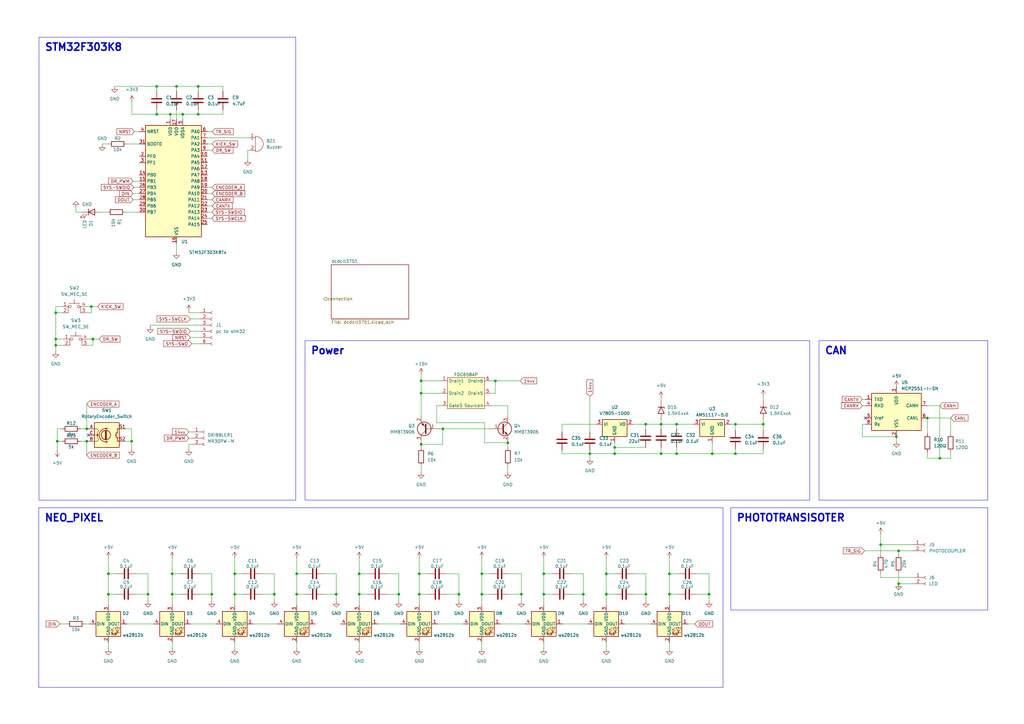
<source format=kicad_sch>
(kicad_sch (version 20230121) (generator eeschema)
  (paper "A3")
  (title_block (title "Ri-one_SSL_DCDC_Converter2.0") (date "2023-09-29") (company "Ri-one_SSL") (comment 1 "made by Kotaro OCHIISHI"))
  (junction (at 313.055 173.99))
  (junction (at 53.975 180.975))
  (junction (at 368.554 239.395))
  (junction (at 223.012 235.331))
  (junction (at 188.214 243.713))
  (junction (at 361.188 223.393))
  (junction (at 44.45 235.331))
  (junction (at 22.86 128.27))
  (junction (at 163.576 243.713))
  (junction (at 208.28 181.61))
  (junction (at 301.625 186.055))
  (junction (at 147.32 243.713))
  (junction (at 172.72 182.245))
  (junction (at 38.1 139.065))
  (junction (at 64.262 46.863))
  (junction (at 81.28 46.863))
  (junction (at 292.1 186.055))
  (junction (at 64.262 35.433))
  (junction (at 368.554 225.933))
  (junction (at 181.61 175.895))
  (junction (at 112.522 243.713))
  (junction (at 248.666 235.331))
  (junction (at 271.145 173.99))
  (junction (at 44.45 243.713))
  (junction (at 81.28 35.433))
  (junction (at 69.85 46.863))
  (junction (at 274.574 243.713))
  (junction (at 172.72 156.21))
  (junction (at 367.665 179.07))
  (junction (at 197.612 243.713))
  (junction (at 277.495 186.055))
  (junction (at 213.868 243.713))
  (junction (at 203.2 156.21))
  (junction (at 35.56 180.975))
  (junction (at 171.958 235.331))
  (junction (at 197.612 235.331))
  (junction (at 22.86 139.065))
  (junction (at 239.268 243.713))
  (junction (at 380.365 171.45))
  (junction (at 385.445 187.96))
  (junction (at 121.666 235.331))
  (junction (at 70.612 243.713))
  (junction (at 35.56 175.895))
  (junction (at 252.095 186.055))
  (junction (at 137.922 243.713))
  (junction (at 74.93 46.863))
  (junction (at 274.574 235.331))
  (junction (at 301.625 173.99))
  (junction (at 96.266 235.331))
  (junction (at 147.32 235.331))
  (junction (at 172.72 161.29))
  (junction (at 277.495 173.99))
  (junction (at 252.095 183.515))
  (junction (at 248.666 243.713))
  (junction (at 22.86 141.605))
  (junction (at 37.465 125.73))
  (junction (at 86.868 243.713))
  (junction (at 121.666 243.713))
  (junction (at 271.145 186.055))
  (junction (at 60.706 243.713))
  (junction (at 70.612 235.331))
  (junction (at 23.495 180.975))
  (junction (at 264.795 173.99))
  (junction (at 241.935 186.055))
  (junction (at 171.958 243.713))
  (junction (at 290.83 243.713))
  (junction (at 96.266 243.713))
  (junction (at 264.922 243.713))
  (junction (at 72.39 35.433))
  (junction (at 223.012 243.713))
  (no_connect (at 36.195 178.435))
  (no_connect (at 354.965 171.45))
  (wire (pts (xy 31.115 85.09) (xy 31.115 86.995)))
  (wire (pts (xy 252.095 183.515) (xy 264.795 183.515)))
  (wire (pts (xy 121.666 235.331) (xy 121.666 243.713)))
  (wire (pts (xy 78.105 138.43) (xy 81.915 138.43)))
  (wire (pts (xy 85.09 86.995) (xy 86.868 86.995)))
  (wire (pts (xy 24.511 255.905) (xy 27.305 255.905)))
  (wire (pts (xy 197.612 235.331) (xy 197.612 243.713)))
  (wire (pts (xy 91.44 35.433) (xy 81.28 35.433)))
  (wire (pts (xy 234.188 243.713) (xy 239.268 243.713)))
  (wire (pts (xy 44.45 59.055) (xy 41.91 59.055)))
  (wire (pts (xy 171.958 235.331) (xy 175.514 235.331)))
  (wire (pts (xy 35.56 125.73) (xy 37.465 125.73)))
  (wire (pts (xy 179.578 255.905) (xy 189.992 255.905)))
  (wire (pts (xy 102.235 61.595) (xy 101.6 61.595)))
  (wire (pts (xy 171.958 263.525) (xy 171.958 266.065)))
  (wire (pts (xy 81.28 46.863) (xy 81.28 45.085)))
  (wire (pts (xy 74.93 48.895) (xy 74.93 46.863)))
  (wire (pts (xy 277.495 173.99) (xy 284.48 173.99)))
  (wire (pts (xy 64.262 35.433) (xy 72.39 35.433)))
  (wire (pts (xy 264.922 235.331) (xy 264.922 243.713)))
  (wire (pts (xy 107.442 235.331) (xy 112.522 235.331)))
  (wire (pts (xy 64.262 46.863) (xy 69.85 46.863)))
  (wire (pts (xy 285.75 243.713) (xy 290.83 243.713)))
  (wire (pts (xy 271.145 186.055) (xy 271.145 183.515)))
  (wire (pts (xy 230.505 186.055) (xy 241.935 186.055)))
  (wire (pts (xy 380.365 187.96) (xy 380.365 185.42)))
  (wire (pts (xy 23.495 175.895) (xy 23.495 180.975)))
  (wire (pts (xy 271.145 173.99) (xy 271.145 175.895)))
  (wire (pts (xy 43.942 86.995) (xy 41.402 86.995)))
  (wire (pts (xy 248.666 243.713) (xy 248.666 248.285)))
  (wire (pts (xy 183.134 235.331) (xy 188.214 235.331)))
  (wire (pts (xy 313.055 186.055) (xy 313.055 184.15)))
  (wire (pts (xy 86.868 235.331) (xy 86.868 243.713)))
  (wire (pts (xy 77.47 179.705) (xy 78.74 179.705)))
  (wire (pts (xy 85.09 61.595) (xy 86.995 61.595)))
  (wire (pts (xy 53.975 180.975) (xy 53.975 184.15)))
  (wire (pts (xy 147.32 228.981) (xy 147.32 235.331)))
  (wire (pts (xy 252.095 181.61) (xy 252.095 183.515)))
  (wire (pts (xy 107.442 243.713) (xy 112.522 243.713)))
  (wire (pts (xy 77.47 177.165) (xy 78.74 177.165)))
  (wire (pts (xy 172.72 153.67) (xy 172.72 156.21)))
  (wire (pts (xy 313.055 173.99) (xy 313.055 176.53)))
  (wire (pts (xy 252.095 183.515) (xy 252.095 186.055)))
  (wire (pts (xy 22.86 128.27) (xy 22.86 125.73)))
  (wire (pts (xy 201.295 166.37) (xy 208.28 166.37)))
  (wire (pts (xy 239.268 243.713) (xy 239.268 246.507)))
  (wire (pts (xy 271.145 163.195) (xy 271.145 164.465)))
  (wire (pts (xy 171.958 243.713) (xy 175.514 243.713)))
  (wire (pts (xy 85.09 53.975) (xy 86.995 53.975)))
  (wire (pts (xy 22.86 141.605) (xy 26.035 141.605)))
  (wire (pts (xy 54.102 46.863) (xy 54.102 41.783)))
  (wire (pts (xy 61.595 133.35) (xy 61.595 133.985)))
  (wire (pts (xy 259.715 173.99) (xy 264.795 173.99)))
  (wire (pts (xy 301.625 186.055) (xy 301.625 184.15)))
  (wire (pts (xy 85.09 84.455) (xy 86.995 84.455)))
  (wire (pts (xy 44.45 263.525) (xy 44.45 266.065)))
  (wire (pts (xy 96.266 263.525) (xy 96.266 266.065)))
  (wire (pts (xy 277.495 173.99) (xy 277.495 175.895)))
  (wire (pts (xy 35.56 165.735) (xy 35.56 175.895)))
  (wire (pts (xy 81.788 235.331) (xy 86.868 235.331)))
  (wire (pts (xy 203.2 161.29) (xy 203.2 156.21)))
  (wire (pts (xy 121.666 235.331) (xy 125.222 235.331)))
  (wire (pts (xy 96.266 243.713) (xy 96.266 248.285)))
  (wire (pts (xy 101.6 61.595) (xy 101.6 65.405)))
  (wire (pts (xy 22.86 128.27) (xy 25.4 128.27)))
  (wire (pts (xy 198.755 181.61) (xy 208.28 181.61)))
  (wire (pts (xy 70.612 243.713) (xy 70.612 248.285)))
  (wire (pts (xy 22.86 139.065) (xy 26.035 139.065)))
  (wire (pts (xy 197.612 263.525) (xy 197.612 266.065)))
  (wire (pts (xy 248.666 235.331) (xy 252.222 235.331)))
  (wire (pts (xy 112.522 235.331) (xy 112.522 243.713)))
  (wire (pts (xy 33.02 180.975) (xy 35.56 180.975)))
  (wire (pts (xy 374.65 236.855) (xy 361.188 236.855)))
  (wire (pts (xy 264.795 173.99) (xy 271.145 173.99)))
  (wire (pts (xy 274.574 243.713) (xy 278.13 243.713)))
  (wire (pts (xy 223.012 235.331) (xy 226.568 235.331)))
  (wire (pts (xy 81.915 128.27) (xy 77.47 128.27)))
  (wire (pts (xy 70.612 228.981) (xy 70.612 235.331)))
  (wire (pts (xy 44.45 235.331) (xy 48.006 235.331)))
  (wire (pts (xy 54.61 81.915) (xy 57.15 81.915)))
  (wire (pts (xy 70.612 235.331) (xy 74.168 235.331)))
  (wire (pts (xy 248.666 235.331) (xy 248.666 243.713)))
  (wire (pts (xy 81.28 46.863) (xy 91.44 46.863)))
  (wire (pts (xy 180.975 156.21) (xy 172.72 156.21)))
  (wire (pts (xy 54.61 79.375) (xy 57.15 79.375)))
  (wire (pts (xy 271.145 172.085) (xy 271.145 173.99)))
  (wire (pts (xy 171.958 228.981) (xy 171.958 235.331)))
  (wire (pts (xy 23.495 180.975) (xy 23.495 184.785)))
  (wire (pts (xy 53.975 180.975) (xy 51.435 180.975)))
  (wire (pts (xy 223.012 228.981) (xy 223.012 235.331)))
  (wire (pts (xy 188.214 235.331) (xy 188.214 243.713)))
  (wire (pts (xy 301.625 186.055) (xy 313.055 186.055)))
  (wire (pts (xy 180.975 166.37) (xy 179.07 166.37)))
  (wire (pts (xy 256.286 255.905) (xy 266.954 255.905)))
  (wire (pts (xy 51.435 175.895) (xy 53.975 175.895)))
  (wire (pts (xy 380.365 187.96) (xy 385.445 187.96)))
  (wire (pts (xy 179.07 173.355) (xy 198.755 173.355)))
  (wire (pts (xy 180.34 175.895) (xy 181.61 175.895)))
  (wire (pts (xy 172.72 180.975) (xy 172.72 182.245)))
  (wire (pts (xy 208.28 180.975) (xy 208.28 181.61)))
  (wire (pts (xy 389.89 171.45) (xy 389.89 177.8)))
  (wire (pts (xy 181.61 182.245) (xy 181.61 175.895)))
  (wire (pts (xy 353.695 163.83) (xy 354.965 163.83)))
  (wire (pts (xy 313.055 162.56) (xy 313.055 164.465)))
  (wire (pts (xy 147.32 235.331) (xy 150.876 235.331)))
  (wire (pts (xy 23.495 180.975) (xy 25.4 180.975)))
  (wire (pts (xy 44.45 235.331) (xy 44.45 243.713)))
  (wire (pts (xy 96.266 235.331) (xy 99.822 235.331)))
  (wire (pts (xy 163.576 243.713) (xy 163.576 246.507)))
  (wire (pts (xy 91.44 37.465) (xy 91.44 35.433)))
  (wire (pts (xy 179.07 166.37) (xy 179.07 173.355)))
  (wire (pts (xy 239.268 235.331) (xy 239.268 243.713)))
  (wire (pts (xy 380.365 171.45) (xy 389.89 171.45)))
  (wire (pts (xy 121.666 243.713) (xy 125.222 243.713)))
  (wire (pts (xy 36.195 139.065) (xy 38.1 139.065)))
  (wire (pts (xy 290.83 235.331) (xy 290.83 243.713)))
  (wire (pts (xy 35.56 180.975) (xy 35.56 186.69)))
  (wire (pts (xy 197.612 235.331) (xy 201.168 235.331)))
  (wire (pts (xy 353.695 173.99) (xy 353.695 179.07)))
  (wire (pts (xy 41.91 59.055) (xy 41.91 59.309)))
  (wire (pts (xy 44.45 243.713) (xy 48.006 243.713)))
  (wire (pts (xy 70.612 235.331) (xy 70.612 243.713)))
  (wire (pts (xy 112.522 243.713) (xy 112.522 246.507)))
  (wire (pts (xy 78.232 255.905) (xy 88.646 255.905)))
  (wire (pts (xy 223.012 235.331) (xy 223.012 243.713)))
  (wire (pts (xy 77.47 128.27) (xy 77.47 127.635)))
  (wire (pts (xy 172.72 161.29) (xy 172.72 170.815)))
  (wire (pts (xy 163.576 235.331) (xy 163.576 243.713)))
  (wire (pts (xy 203.2 156.21) (xy 201.295 156.21)))
  (wire (pts (xy 301.625 173.99) (xy 301.625 176.53)))
  (wire (pts (xy 85.09 79.375) (xy 86.995 79.375)))
  (wire (pts (xy 54.61 74.295) (xy 57.15 74.295)))
  (wire (pts (xy 137.922 235.331) (xy 137.922 243.713)))
  (wire (pts (xy 368.554 225.933) (xy 374.396 225.933)))
  (wire (pts (xy 181.61 175.895) (xy 200.66 175.895)))
  (wire (pts (xy 223.012 243.713) (xy 226.568 243.713)))
  (wire (pts (xy 37.465 128.27) (xy 35.56 128.27)))
  (wire (pts (xy 22.86 144.145) (xy 22.86 141.605)))
  (wire (pts (xy 277.495 186.055) (xy 292.1 186.055)))
  (wire (pts (xy 368.554 227.457) (xy 368.554 225.933)))
  (wire (pts (xy 385.445 166.37) (xy 385.445 187.96)))
  (wire (pts (xy 121.666 263.525) (xy 121.666 266.065)))
  (wire (pts (xy 158.496 243.713) (xy 163.576 243.713)))
  (wire (pts (xy 259.842 235.331) (xy 264.922 235.331)))
  (wire (pts (xy 147.32 263.525) (xy 147.32 266.065)))
  (wire (pts (xy 60.706 243.713) (xy 60.706 246.507)))
  (wire (pts (xy 197.612 228.981) (xy 197.612 235.331)))
  (wire (pts (xy 132.842 243.713) (xy 137.922 243.713)))
  (wire (pts (xy 368.554 239.395) (xy 374.65 239.395)))
  (wire (pts (xy 81.915 140.97) (xy 78.74 140.97)))
  (wire (pts (xy 33.02 175.895) (xy 35.56 175.895)))
  (wire (pts (xy 361.188 236.855) (xy 361.188 235.077)))
  (wire (pts (xy 85.09 59.055) (xy 86.995 59.055)))
  (wire (pts (xy 208.788 243.713) (xy 213.868 243.713)))
  (wire (pts (xy 201.295 161.29) (xy 203.2 161.29)))
  (wire (pts (xy 77.47 184.15) (xy 77.47 182.245)))
  (wire (pts (xy 86.868 243.713) (xy 86.868 246.507)))
  (wire (pts (xy 274.574 235.331) (xy 278.13 235.331)))
  (wire (pts (xy 208.28 181.61) (xy 208.28 183.515)))
  (wire (pts (xy 230.632 255.905) (xy 241.046 255.905)))
  (wire (pts (xy 81.28 35.433) (xy 81.28 37.465)))
  (wire (pts (xy 70.612 243.713) (xy 74.168 243.713)))
  (wire (pts (xy 203.2 156.21) (xy 213.36 156.21)))
  (wire (pts (xy 285.75 235.331) (xy 290.83 235.331)))
  (wire (pts (xy 213.868 235.331) (xy 213.868 243.713)))
  (wire (pts (xy 197.612 243.713) (xy 201.168 243.713)))
  (wire (pts (xy 37.465 125.73) (xy 40.005 125.73)))
  (wire (pts (xy 147.32 243.713) (xy 147.32 248.285)))
  (wire (pts (xy 248.666 263.525) (xy 248.666 266.065)))
  (wire (pts (xy 53.975 175.895) (xy 53.975 180.975)))
  (wire (pts (xy 121.666 243.713) (xy 121.666 248.285)))
  (wire (pts (xy 292.1 186.055) (xy 301.625 186.055)))
  (wire (pts (xy 96.266 235.331) (xy 96.266 243.713)))
  (wire (pts (xy 72.39 45.085) (xy 72.39 48.895)))
  (wire (pts (xy 299.72 173.99) (xy 301.625 173.99)))
  (wire (pts (xy 290.83 243.713) (xy 290.83 246.507)))
  (wire (pts (xy 230.505 184.785) (xy 230.505 186.055)))
  (wire (pts (xy 292.1 186.055) (xy 292.1 181.61)))
  (wire (pts (xy 55.626 243.713) (xy 60.706 243.713)))
  (wire (pts (xy 172.72 156.21) (xy 172.72 161.29)))
  (wire (pts (xy 380.365 171.45) (xy 380.365 177.8)))
  (wire (pts (xy 241.935 186.055) (xy 241.935 187.96)))
  (wire (pts (xy 368.554 235.077) (xy 368.554 239.395)))
  (wire (pts (xy 35.56 175.895) (xy 36.195 175.895)))
  (wire (pts (xy 74.93 46.863) (xy 81.28 46.863)))
  (wire (pts (xy 37.465 125.73) (xy 37.465 128.27)))
  (wire (pts (xy 172.72 182.245) (xy 181.61 182.245)))
  (wire (pts (xy 85.09 76.835) (xy 86.995 76.835)))
  (wire (pts (xy 85.09 89.535) (xy 86.868 89.535)))
  (wire (pts (xy 274.574 228.981) (xy 274.574 235.331)))
  (wire (pts (xy 361.188 219.075) (xy 361.188 223.393)))
  (wire (pts (xy 22.86 125.73) (xy 25.4 125.73)))
  (wire (pts (xy 241.935 186.055) (xy 252.095 186.055)))
  (wire (pts (xy 64.262 37.465) (xy 64.262 35.433)))
  (wire (pts (xy 271.145 186.055) (xy 277.495 186.055)))
  (wire (pts (xy 52.07 59.055) (xy 57.15 59.055)))
  (wire (pts (xy 38.1 139.065) (xy 40.64 139.065)))
  (wire (pts (xy 69.85 46.863) (xy 74.93 46.863)))
  (wire (pts (xy 51.562 86.995) (xy 57.15 86.995)))
  (wire (pts (xy 274.574 243.713) (xy 274.574 248.285)))
  (wire (pts (xy 172.72 191.135) (xy 172.72 193.675)))
  (wire (pts (xy 154.94 255.905) (xy 164.338 255.905)))
  (wire (pts (xy 44.45 228.981) (xy 44.45 235.331)))
  (wire (pts (xy 313.055 172.085) (xy 313.055 173.99)))
  (wire (pts (xy 69.85 46.863) (xy 69.85 48.895)))
  (wire (pts (xy 96.266 228.981) (xy 96.266 235.331)))
  (wire (pts (xy 38.1 141.605) (xy 36.195 141.605)))
  (wire (pts (xy 248.666 228.981) (xy 248.666 235.331)))
  (wire (pts (xy 46.99 35.433) (xy 64.262 35.433)))
  (wire (pts (xy 271.145 173.99) (xy 277.495 173.99)))
  (wire (pts (xy 274.574 235.331) (xy 274.574 243.713)))
  (wire (pts (xy 197.612 243.713) (xy 197.612 248.285)))
  (wire (pts (xy 172.72 161.29) (xy 180.975 161.29)))
  (wire (pts (xy 208.28 191.135) (xy 208.28 193.675)))
  (wire (pts (xy 54.864 76.835) (xy 57.15 76.835)))
  (wire (pts (xy 25.4 175.895) (xy 23.495 175.895)))
  (wire (pts (xy 213.868 243.713) (xy 213.868 246.507)))
  (wire (pts (xy 205.232 255.905) (xy 215.392 255.905)))
  (wire (pts (xy 70.612 263.525) (xy 70.612 266.065)))
  (wire (pts (xy 223.012 243.713) (xy 223.012 248.285)))
  (wire (pts (xy 277.495 186.055) (xy 277.495 183.515)))
  (wire (pts (xy 198.755 173.355) (xy 198.755 181.61)))
  (wire (pts (xy 208.28 166.37) (xy 208.28 170.815)))
  (wire (pts (xy 380.365 166.37) (xy 385.445 166.37)))
  (wire (pts (xy 361.188 223.393) (xy 374.396 223.393)))
  (wire (pts (xy 282.194 255.905) (xy 284.988 255.905)))
  (wire (pts (xy 96.266 243.713) (xy 99.822 243.713)))
  (wire (pts (xy 22.86 139.065) (xy 22.86 128.27)))
  (wire (pts (xy 158.496 235.331) (xy 163.576 235.331)))
  (wire (pts (xy 389.89 187.96) (xy 389.89 185.42)))
  (wire (pts (xy 34.925 255.905) (xy 36.83 255.905)))
  (wire (pts (xy 77.47 182.245) (xy 78.74 182.245)))
  (wire (pts (xy 78.105 130.81) (xy 81.915 130.81)))
  (wire (pts (xy 44.45 243.713) (xy 44.45 248.285)))
  (wire (pts (xy 353.695 166.37) (xy 354.965 166.37)))
  (wire (pts (xy 367.665 179.07) (xy 367.665 180.975)))
  (wire (pts (xy 64.262 46.863) (xy 54.102 46.863)))
  (wire (pts (xy 385.445 187.96) (xy 389.89 187.96)))
  (wire (pts (xy 55.626 235.331) (xy 60.706 235.331)))
  (wire (pts (xy 230.505 173.99) (xy 244.475 173.99)))
  (wire (pts (xy 132.842 235.331) (xy 137.922 235.331)))
  (wire (pts (xy 81.915 133.35) (xy 61.595 133.35)))
  (wire (pts (xy 172.72 182.245) (xy 172.72 183.515)))
  (wire (pts (xy 31.115 86.995) (xy 33.782 86.995)))
  (wire (pts (xy 188.214 243.713) (xy 188.214 246.507)))
  (wire (pts (xy 22.86 141.605) (xy 22.86 139.065)))
  (wire (pts (xy 361.188 223.393) (xy 361.188 227.457)))
  (wire (pts (xy 60.706 235.331) (xy 60.706 243.713)))
  (wire (pts (xy 147.32 243.713) (xy 150.876 243.713)))
  (wire (pts (xy 274.574 263.525) (xy 274.574 266.065)))
  (wire (pts (xy 81.915 135.89) (xy 78.105 135.89)))
  (wire (pts (xy 234.188 235.331) (xy 239.268 235.331)))
  (wire (pts (xy 223.012 263.525) (xy 223.012 266.065)))
  (wire (pts (xy 353.695 173.99) (xy 354.965 173.99)))
  (wire (pts (xy 252.095 186.055) (xy 271.145 186.055)))
  (wire (pts (xy 55.118 53.975) (xy 57.15 53.975)))
  (wire (pts (xy 85.09 81.915) (xy 86.995 81.915)))
  (wire (pts (xy 35.56 180.975) (xy 36.195 180.975)))
  (wire (pts (xy 353.695 179.07) (xy 367.665 179.07)))
  (wire (pts (xy 171.958 243.713) (xy 171.958 248.285)))
  (wire (pts (xy 72.39 99.695) (xy 72.39 103.505)))
  (wire (pts (xy 85.09 56.515) (xy 102.235 56.515)))
  (wire (pts (xy 241.935 162.56) (xy 241.935 177.165)))
  (wire (pts (xy 147.32 235.331) (xy 147.32 243.713)))
  (wire (pts (xy 301.625 173.99) (xy 313.055 173.99)))
  (wire (pts (xy 264.795 173.99) (xy 264.795 175.895)))
  (wire (pts (xy 259.842 243.713) (xy 264.922 243.713)))
  (wire (pts (xy 264.922 243.713) (xy 264.922 246.507)))
  (wire (pts (xy 171.958 235.331) (xy 171.958 243.713)))
  (wire (pts (xy 208.788 235.331) (xy 213.868 235.331)))
  (wire (pts (xy 91.44 46.863) (xy 91.44 45.085)))
  (wire (pts (xy 248.666 243.713) (xy 252.222 243.713)))
  (wire (pts (xy 64.262 45.085) (xy 64.262 46.863)))
  (wire (pts (xy 121.666 228.981) (xy 121.666 235.331)))
  (wire (pts (xy 354.584 225.933) (xy 368.554 225.933)))
  (wire (pts (xy 230.505 177.165) (xy 230.505 173.99)))
  (wire (pts (xy 183.134 243.713) (xy 188.214 243.713)))
  (wire (pts (xy 241.935 184.785) (xy 241.935 186.055)))
  (wire (pts (xy 137.922 243.713) (xy 137.922 246.507)))
  (wire (pts (xy 52.07 255.905) (xy 62.992 255.905)))
  (wire (pts (xy 81.788 243.713) (xy 86.868 243.713)))
  (wire (pts (xy 72.39 35.433) (xy 72.39 37.465)))
  (wire (pts (xy 38.1 139.065) (xy 38.1 141.605)))
  (wire (pts (xy 368.554 239.395) (xy 368.554 241.935)))
  (wire (pts (xy 103.886 255.905) (xy 114.046 255.905)))
  (wire (pts (xy 72.39 35.433) (xy 81.28 35.433)))
  (text_box "STM32F303K8" (at 16.002 15.24 0) (size 105.283 189.865) (effects (font (size 3 3) (thickness 0.6) bold) (justify left top)))
  (text_box "PHOTOTRANSISOTER" (at 299.72 208.28 0) (size 105.41 41.91) (effects (font (size 3 3) (thickness 0.6) bold) (justify left top)))
  (text_box "NEO_PIXEL" (at 15.875 208.28 0) (size 280.67 73.66) (effects (font (size 3 3) (thickness 0.6) bold) (justify left top)))
  (text_box "Power" (at 125.095 139.7 0) (size 207.01 65.405) (effects (font (size 3 3) (thickness 0.6) bold) (justify left top)))
  (text_box "CAN" (at 335.915 139.7 0) (size 69.215 65.405) (effects (font (size 3 3) (thickness 0.6) bold) (justify left top)))
  (global_label "NRST" (shape input) (at 55.118 53.975 180) (property "Intersheetrefs" "${INTERSHEET_REFS}" (effects hide)))
  (global_label "CANTX" (shape input) (at 86.995 84.455 0) (property "Intersheetrefs" "${INTERSHEET_REFS}" (effects hide)))
  (global_label "SYS-SWDIO" (shape input) (at 78.105 135.89 180) (property "Intersheetrefs" "${INTERSHEET_REFS}" (effects hide)))
  (global_label "ENCODER_B" (shape input) (at 86.995 79.375 0) (property "Intersheetrefs" "${INTERSHEET_REFS}" (effects hide)))
  (global_label "TR_SIG" (shape input) (at 86.995 53.975 0) (property "Intersheetrefs" "${INTERSHEET_REFS}" (effects hide)))
  (global_label "DR_SW" (shape input) (at 86.995 61.595 0) (property "Intersheetrefs" "${INTERSHEET_REFS}" (effects hide)))
  (global_label "ENCODER_B" (shape input) (at 35.56 186.69 0) (property "Intersheetrefs" "${INTERSHEET_REFS}" (effects hide)))
  (global_label "DR_SW" (shape input) (at 40.64 139.065 0) (property "Intersheetrefs" "${INTERSHEET_REFS}" (effects hide)))
  (global_label "SYS-SWO" (shape input) (at 78.613 140.97 180) (property "Intersheetrefs" "${INTERSHEET_REFS}" (effects hide)))
  (global_label "TR_SIG" (shape input) (at 354.584 225.933 180) (property "Intersheetrefs" "${INTERSHEET_REFS}" (effects hide)))
  (global_label "ENCODER_A" (shape input) (at 86.995 76.835 0) (property "Intersheetrefs" "${INTERSHEET_REFS}" (effects hide)))
  (global_label "CANRX" (shape input) (at 353.695 166.37 180) (property "Intersheetrefs" "${INTERSHEET_REFS}" (effects hide)))
  (global_label "DOUT" (shape input) (at 54.61 81.915 180) (property "Intersheetrefs" "${INTERSHEET_REFS}" (effects hide)))
  (global_label "DR_PWM" (shape input) (at 77.47 179.705 180) (property "Intersheetrefs" "${INTERSHEET_REFS}" (effects hide)))
  (global_label "KICK_SW" (shape input) (at 86.995 59.055 0) (property "Intersheetrefs" "${INTERSHEET_REFS}" (effects hide)))
  (global_label "NRST" (shape input) (at 78.105 138.43 180) (property "Intersheetrefs" "${INTERSHEET_REFS}" (effects hide)))
  (global_label "KICK_SW" (shape input) (at 40.005 125.73 0) (property "Intersheetrefs" "${INTERSHEET_REFS}" (effects hide)))
  (global_label "DIN" (shape input) (at 54.61 79.375 180) (property "Intersheetrefs" "${INTERSHEET_REFS}" (effects hide)))
  (global_label "14vv" (shape input) (at 241.935 162.56 90) (property "Intersheetrefs" "${INTERSHEET_REFS}" (effects hide)))
  (global_label "DR_PWM" (shape input) (at 54.61 74.295 180) (property "Intersheetrefs" "${INTERSHEET_REFS}" (effects hide)))
  (global_label "CANL" (shape input) (at 389.89 171.45 0) (property "Intersheetrefs" "${INTERSHEET_REFS}" (effects hide)))
  (global_label "DIN" (shape input) (at 24.511 255.905 180) (property "Intersheetrefs" "${INTERSHEET_REFS}" (effects hide)))
  (global_label "DOUT" (shape input) (at 284.988 255.905 0) (property "Intersheetrefs" "${INTERSHEET_REFS}" (effects hide)))
  (global_label "CANH" (shape input) (at 385.445 166.37 0) (property "Intersheetrefs" "${INTERSHEET_REFS}" (effects hide)))
  (global_label "ENCODER_A" (shape input) (at 35.56 165.735 0) (property "Intersheetrefs" "${INTERSHEET_REFS}" (effects hide)))
  (global_label "SYS-SWDIO" (shape input) (at 54.864 76.835 180) (property "Intersheetrefs" "${INTERSHEET_REFS}" (effects hide)))
  (global_label "14vv" (shape input) (at 77.47 177.165 180) (property "Intersheetrefs" "${INTERSHEET_REFS}" (effects hide)))
  (global_label "SYS-SWDIO" (shape input) (at 86.868 86.995 0) (property "Intersheetrefs" "${INTERSHEET_REFS}" (effects hide)))
  (global_label "CANRX" (shape input) (at 86.995 81.915 0) (property "Intersheetrefs" "${INTERSHEET_REFS}" (effects hide)))
  (global_label "SYS-SWCLK" (shape input) (at 86.868 89.535 0) (property "Intersheetrefs" "${INTERSHEET_REFS}" (effects hide)))
  (global_label "SYS-SWCLK" (shape input) (at 78.105 130.81 180) (property "Intersheetrefs" "${INTERSHEET_REFS}" (effects hide)))
  (global_label "14vv" (shape input) (at 213.36 156.21 0) (property "Intersheetrefs" "${INTERSHEET_REFS}" (effects hide)))
  (global_label "CANTX" (shape input) (at 353.695 163.83 180) (property "Intersheetrefs" "${INTERSHEET_REFS}" (effects hide)))
  (hierarchical_label "connection" (shape input) (at 132.715 122.555 0))
  (symbol (lib_id "Device:C") (at 51.816 235.331 90) (unit 1)
    (property "Reference" "C4" (at 51.816 229.997 90))
    (property "Value" "0.1uF" (at 51.816 232.283 90))
    (property "Footprint" "C_0603_1608Metric" (effects hide))
  )
  (symbol (lib_id "MCU_ST_STM32F3:STM32F303K8Tx") (at 69.85 74.295 0) (unit 1)
    (property "Reference" "U1" (at 74.3459 99.06 0) (effects (justify left)))
    (property "Value" "STM32F303K8Tx" (at 77.47 103.505 0) (effects (justify left)))
    (property "Footprint" "Package_QFP:LQFP-32_7x7mm_P0.8mm" (effects hide))
    (property "Datasheet" "https://www.st.com/resource/en/datasheet/stm32f303k8.pdf" (effects hide))
  )
  (symbol (lib_id "Connector:Conn_01x02_Socket") (at 379.476 223.393 0) (unit 1)
    (property "Reference" "J5" (at 381 223.393 0) (effects (justify left)))
    (property "Value" "PHOTOCOUPLER" (at 381 225.933 0) (effects (justify left)))
  )
  (symbol (lib_id "power:GND") (at 264.922 246.507 0) (unit 1)
    (property "Reference" "#PWR028" (effects hide))
    (property "Value" "GND" (at 264.922 251.587 0))
  )
  (symbol (lib_id "Device:C") (at 264.795 179.705 0) (unit 1)
    (property "Reference" "C31" (at 258.445 178.435 0) (effects (justify left)))
    (property "Value" "22uF" (at 257.81 180.975 0) (effects (justify left)))
    (property "Footprint" "C_0603_1608Metric" (effects hide))
  )
  (symbol (lib_id "power:GND") (at 367.665 180.975 0) (unit 1)
    (property "Reference" "#PWR059" (effects hide))
    (property "Value" "GND" (at 367.665 186.055 0))
  )
  (symbol (lib_id "power:GND") (at 208.28 193.675 0) (unit 1)
    (property "Reference" "#PWR054" (effects hide))
    (property "Value" "GND" (at 208.28 198.755 0))
  )
  (symbol (lib_id "power:GND") (at 61.595 133.985 0) (unit 1)
    (property "Reference" "#PWR07" (effects hide))
    (property "Value" "GND" (at 61.595 139.065 0))
  )
  (symbol (lib_id "LED:NeoPixel_THT") (at 248.666 255.905 0) (unit 1)
    (property "Reference" "D10" (at 255.778 251.587 0))
    (property "Value" "ws2812b" (at 258.826 260.477 0))
    (property "Datasheet" "https://www.adafruit.com/product/1938" (effects hide))
  )
  (symbol (lib_id "power:GND") (at 147.32 266.065 0) (unit 1)
    (property "Reference" "#PWR034" (effects hide))
    (property "Value" "GND" (at 147.32 271.145 0))
  )
  (symbol (lib_id "power:GND") (at 137.922 246.507 0) (unit 1)
    (property "Reference" "#PWR018" (effects hide))
    (property "Value" "GND" (at 137.922 251.587 0))
  )
  (symbol (lib_id "power:GND") (at 46.99 35.433 0) (unit 1)
    (property "Reference" "#PWR02" (effects hide))
    (property "Value" "GND" (at 46.99 40.513 0))
  )
  (symbol (lib_id "power:+3V3") (at 313.055 162.56 0) (unit 1)
    (property "Reference" "#PWR041" (effects hide))
    (property "Value" "+3V3" (at 313.055 157.48 0))
  )
  (symbol (lib_id "power:+5V") (at 274.574 228.981 0) (unit 1)
    (property "Reference" "#PWR029" (effects hide))
    (property "Value" "+5V" (at 274.574 224.409 0))
  )
  (symbol (lib_id "Device:C") (at 91.44 41.275 0) (unit 1)
    (property "Reference" "C9" (at 95.25 40.005 0) (effects (justify left)))
    (property "Value" "4.7uF" (at 95.25 42.545 0) (effects (justify left)))
    (property "Footprint" "C_0603_1608Metric" (effects hide))
  )
  (symbol (lib_id "Connector:Conn_01x06_Socket") (at 86.995 133.35 0) (unit 1)
    (property "Reference" "J1" (at 88.519 133.35 0) (effects (justify left)))
    (property "Value" "pc to stm32" (at 88.519 135.89 0) (effects (justify left)))
  )
  (symbol (lib_id "Device:C") (at 301.625 180.34 0) (unit 1)
    (property "Reference" "C34" (at 305.435 179.07 0) (effects (justify left)))
    (property "Value" "0.1uF" (at 305.435 181.61 0) (effects (justify left)))
    (property "Footprint" "C_0603_1608Metric" (effects hide))
  )
  (symbol (lib_id "Device:C") (at 281.94 243.713 90) (unit 1)
    (property "Reference" "C26" (at 281.94 238.887 90))
    (property "Value" "0.1uF" (at 281.94 240.665 90))
    (property "Footprint" "C_0603_1608Metric" (effects hide))
  )
  (symbol (lib_id "LED:NeoPixel_THT") (at 96.266 255.905 0) (unit 1)
    (property "Reference" "D4" (at 103.378 251.587 0))
    (property "Value" "ws2812b" (at 106.426 260.477 0))
    (property "Datasheet" "https://www.adafruit.com/product/1938" (effects hide))
  )
  (symbol (lib_id "power:GND") (at 96.266 266.065 0) (unit 1)
    (property "Reference" "#PWR032" (effects hide))
    (property "Value" "GND" (at 96.266 271.145 0))
  )
  (symbol (lib_id "LED:NeoPixel_THT") (at 171.958 255.905 0) (unit 1)
    (property "Reference" "D7" (at 179.07 251.587 0))
    (property "Value" "ws2812b" (at 182.118 260.477 0))
    (property "Datasheet" "https://www.adafruit.com/product/1938" (effects hide))
  )
  (symbol (lib_id "Diode:1.5KExxA") (at 271.145 168.275 270) (unit 1)
    (property "Reference" "D15" (at 273.685 167.005 90) (effects (justify left)))
    (property "Value" "1.5KExxA" (at 273.685 169.545 90) (effects (justify left)))
    (property "Footprint" "Diode_THT:D_DO-201AE_P15.24mm_Horizontal" (effects hide))
    (property "Datasheet" "https://www.vishay.com/docs/88301/15ke.pdf" (effects hide))
  )
  (symbol (lib_id "power:GND") (at 121.666 266.065 0) (unit 1)
    (property "Reference" "#PWR033" (effects hide))
    (property "Value" "GND" (at 121.666 271.145 0))
  )
  (symbol (lib_id "Device:C") (at 51.816 243.713 90) (unit 1)
    (property "Reference" "C5" (at 51.816 238.887 90))
    (property "Value" "0.1uF" (at 51.816 240.665 90))
    (property "Footprint" "C_0603_1608Metric" (effects hide))
  )
  (symbol (lib_id "Device:C") (at 103.632 243.713 90) (unit 1)
    (property "Reference" "C12" (at 103.632 238.887 90))
    (property "Value" "0.1uF" (at 103.632 240.665 90))
    (property "Footprint" "C_0603_1608Metric" (effects hide))
  )
  (symbol (lib_id "Device:C") (at 77.978 243.713 90) (unit 1)
    (property "Reference" "C7" (at 77.978 238.887 90))
    (property "Value" "0.1uF" (at 77.978 240.665 90))
    (property "Footprint" "C_0603_1608Metric" (effects hide))
  )
  (symbol (lib_id "power:GND") (at 213.868 246.507 0) (unit 1)
    (property "Reference" "#PWR024" (effects hide))
    (property "Value" "GND" (at 213.868 251.587 0))
  )
  (symbol (lib_id "Device:C") (at 154.686 235.331 90) (unit 1)
    (property "Reference" "C15" (at 154.686 229.997 90))
    (property "Value" "0.1uF" (at 154.686 232.283 90))
    (property "Footprint" "C_0603_1608Metric" (effects hide))
  )
  (symbol (lib_id "power:GND") (at 60.706 246.507 0) (unit 1)
    (property "Reference" "#PWR05" (effects hide))
    (property "Value" "GND" (at 60.706 251.587 0))
  )
  (symbol (lib_id "Connector:Conn_01x02_Socket") (at 379.73 236.855 0) (unit 1)
    (property "Reference" "J6" (at 381 236.855 0) (effects (justify left)))
    (property "Value" "LED" (at 381 239.395 0) (effects (justify left)))
  )
  (symbol (lib_id "Device:R") (at 29.21 180.975 90) (unit 1)
    (property "Reference" "R13" (at 29.21 178.689 90))
    (property "Value" "5k" (at 29.21 183.261 90))
    (property "Footprint" "C_0603_1608Metric" (effects hide))
  )
  (symbol (lib_id "Device:C") (at 81.28 41.275 0) (unit 1)
    (property "Reference" "C3" (at 85.09 40.005 0) (effects (justify left)))
    (property "Value" "0.1uF" (at 85.09 42.545 0) (effects (justify left)))
    (property "Footprint" "C_0603_1608Metric" (effects hide))
  )
  (symbol (lib_id "power:GND") (at 188.214 246.507 0) (unit 1)
    (property "Reference" "#PWR022" (effects hide))
    (property "Value" "GND" (at 188.214 251.587 0))
  )
  (symbol (lib_id "Device:R") (at 208.28 187.325 0) (unit 1)
    (property "Reference" "R7" (at 210.82 186.055 0) (effects (justify left)))
    (property "Value" "10k" (at 210.82 188.595 0) (effects (justify left)))
    (property "Footprint" "C_0603_1608Metric" (effects hide))
  )
  (symbol (lib_id "Transistor_BJT:MMBT3906") (at 205.74 175.895 0) (unit 1)
    (property "Reference" "Q4" (at 210.82 174.625 0) (effects (justify left)))
    (property "Value" "MMBT3906" (at 210.82 177.165 0) (effects (justify left)))
    (property "Footprint" "Package_TO_SOT_SMD:SOT-23" (effects hide))
    (property "Datasheet" "https://www.onsemi.com/pub/Collateral/2N3906-D.PDF" (effects hide))
  )
  (symbol (lib_id "Device:C") (at 313.055 180.34 0) (unit 1)
    (property "Reference" "C36" (at 316.865 179.07 0) (effects (justify left)))
    (property "Value" "0.1uF" (at 316.865 181.61 0) (effects (justify left)))
    (property "Footprint" "C_0603_1608Metric" (effects hide))
  )
  (symbol (lib_id "power:GND") (at 171.958 266.065 0) (unit 1)
    (property "Reference" "#PWR035" (effects hide))
    (property "Value" "GND" (at 171.958 271.145 0))
  )
  (symbol (lib_id "LED:NeoPixel_THT") (at 223.012 255.905 0) (unit 1)
    (property "Reference" "D9" (at 230.124 251.587 0))
    (property "Value" "ws2812b" (at 233.172 260.477 0))
    (property "Datasheet" "https://www.adafruit.com/product/1938" (effects hide))
  )
  (symbol (lib_id "LED:NeoPixel_THT") (at 44.45 255.905 0) (unit 1)
    (property "Reference" "D2" (at 51.562 251.587 0))
    (property "Value" "ws2812b" (at 54.61 260.477 0))
    (property "Datasheet" "https://www.adafruit.com/product/1938" (effects hide))
  )
  (symbol (lib_id "power:+5V") (at 147.32 228.981 0) (unit 1)
    (property "Reference" "#PWR019" (effects hide))
    (property "Value" "+5V" (at 147.32 224.409 0))
  )
  (symbol (lib_id "Device:C") (at 281.94 235.331 90) (unit 1)
    (property "Reference" "C25" (at 281.94 229.997 90))
    (property "Value" "0.1uF" (at 281.94 232.283 90))
    (property "Footprint" "C_0603_1608Metric" (effects hide))
  )
  (symbol (lib_id "Device:C") (at 64.262 41.275 0) (unit 1)
    (property "Reference" "C1" (at 68.072 40.005 0) (effects (justify left)))
    (property "Value" "0.1uF" (at 68.072 42.545 0) (effects (justify left)))
    (property "Footprint" "C_0603_1608Metric" (effects hide))
  )
  (symbol (lib_id "Device:C") (at 277.495 179.705 0) (unit 1)
    (property "Reference" "C32" (at 281.305 178.435 0) (effects (justify left)))
    (property "Value" "0.1uF" (at 281.305 180.975 0) (effects (justify left)))
    (property "Footprint" "C_0603_1608Metric" (effects hide))
  )
  (symbol (lib_id "Device:C") (at 129.032 235.331 90) (unit 1)
    (property "Reference" "C13" (at 129.032 229.997 90))
    (property "Value" "0.1uF" (at 129.032 232.283 90))
    (property "Footprint" "C_0603_1608Metric" (effects hide))
  )
  (symbol (lib_id "power:GND") (at 70.612 266.065 0) (unit 1)
    (property "Reference" "#PWR031" (effects hide))
    (property "Value" "GND" (at 70.612 271.145 0))
  )
  (symbol (lib_id "power:GND") (at 22.86 144.145 0) (unit 1)
    (property "Reference" "#PWR064" (effects hide))
    (property "Value" "GND" (at 22.86 149.225 0))
  )
  (symbol (lib_id "power:GND") (at 72.39 103.505 0) (unit 1)
    (property "Reference" "#PWR011" (effects hide))
    (property "Value" "GND" (at 72.39 108.585 0))
  )
  (symbol (lib_id "power:GND") (at 274.574 266.065 0) (unit 1)
    (property "Reference" "#PWR039" (effects hide))
    (property "Value" "GND" (at 274.574 271.145 0))
  )
  (symbol (lib_id "power:+15V") (at 172.72 153.67 0) (unit 1)
    (property "Reference" "#PWR062" (effects hide))
    (property "Value" "+15V" (at 172.72 149.225 0))
  )
  (symbol (lib_id "Interface_CAN_LIN:MCP2551-I-SN") (at 367.665 168.91 0) (unit 1)
    (property "Reference" "U5" (at 369.6209 156.845 0) (effects (justify left)))
    (property "Value" "MCP2551-I-SN" (at 369.6209 159.385 0) (effects (justify left)))
    (property "Footprint" "Package_SO:SOIC-8_3.9x4.9mm_P1.27mm" (effects hide))
    (property "Datasheet" "http://ww1.microchip.com/downloads/en/devicedoc/21667d.pdf" (effects hide))
  )
  (symbol (lib_id "power:+3V3") (at 54.102 41.783 0) (unit 1)
    (property "Reference" "#PWR01" (effects hide))
    (property "Value" "+3V3" (at 54.102 36.703 0))
  )
  (symbol (lib_id "Device:C") (at 230.378 243.713 90) (unit 1)
    (property "Reference" "C22" (at 230.378 238.887 90))
    (property "Value" "0.1uF" (at 230.378 240.665 90))
    (property "Footprint" "C_0603_1608Metric" (effects hide))
  )
  (symbol (lib_id "Device:R") (at 389.89 181.61 180) (unit 1)
    (property "Reference" "R11" (at 391.795 180.975 0) (effects (justify right)))
    (property "Value" "120Ω" (at 391.795 183.515 0) (effects (justify right)))
    (property "Footprint" "Resistor_SMD:R_2512_6332Metric" (effects hide))
  )
  (symbol (lib_id "Device:C") (at 154.686 243.713 90) (unit 1)
    (property "Reference" "C16" (at 154.686 238.887 90))
    (property "Value" "0.1uF" (at 154.686 240.665 90))
    (property "Footprint" "C_0603_1608Metric" (effects hide))
  )
  (symbol (lib_id "Device:C") (at 77.978 235.331 90) (unit 1)
    (property "Reference" "C6" (at 77.978 229.997 90))
    (property "Value" "0.1uF" (at 77.978 232.283 90))
    (property "Footprint" "C_0603_1608Metric" (effects hide))
  )
  (symbol (lib_id "Device:RotaryEncoder_Switch") (at 43.815 178.435 0) (unit 1)
    (property "Reference" "SW1" (at 43.815 168.275 0))
    (property "Value" "RotaryEncoder_Switch" (at 43.815 170.815 0))
  )
  (symbol (lib_id "Device:C") (at 256.032 235.331 90) (unit 1)
    (property "Reference" "C23" (at 256.032 229.997 90))
    (property "Value" "0.1uF" (at 256.032 232.283 90))
    (property "Footprint" "C_0603_1608Metric" (effects hide))
  )
  (symbol (lib_id "LED:NeoPixel_THT") (at 274.574 255.905 0) (unit 1)
    (property "Reference" "D11" (at 281.686 251.587 0))
    (property "Value" "ws2812b" (at 284.734 260.477 0))
    (property "Datasheet" "https://www.adafruit.com/product/1938" (effects hide))
  )
  (symbol (lib_id "power:GND") (at 172.72 193.675 0) (unit 1)
    (property "Reference" "#PWR053" (effects hide))
    (property "Value" "GND" (at 172.72 198.755 0))
  )
  (symbol (lib_id "power:+5V") (at 70.612 228.981 0) (unit 1)
    (property "Reference" "#PWR013" (effects hide))
    (property "Value" "+5V" (at 70.612 224.409 0))
  )
  (symbol (lib_id "Device:C") (at 72.39 41.275 0) (unit 1)
    (property "Reference" "C2" (at 76.2 40.005 0) (effects (justify left)))
    (property "Value" "0.1uF" (at 76.2 42.545 0) (effects (justify left)))
    (property "Footprint" "C_0603_1608Metric" (effects hide))
  )
  (symbol (lib_id "power:GND") (at 248.666 266.065 0) (unit 1)
    (property "Reference" "#PWR038" (effects hide))
    (property "Value" "GND" (at 248.666 271.145 0))
  )
  (symbol (lib_id "power:GND") (at 112.522 246.507 0) (unit 1)
    (property "Reference" "#PWR016" (effects hide))
    (property "Value" "GND" (at 112.522 251.587 0))
  )
  (symbol (lib_id "Device:R") (at 361.188 231.267 180) (unit 1)
    (property "Reference" "R4" (at 358.902 231.267 90))
    (property "Value" "470" (at 363.474 231.267 90))
    (property "Footprint" "C_0603_1608Metric" (effects hide))
  )
  (symbol (lib_id "power:GND") (at 163.576 246.507 0) (unit 1)
    (property "Reference" "#PWR020" (effects hide))
    (property "Value" "GND" (at 163.576 251.587 0))
  )
  (symbol (lib_id "power:GND") (at 368.554 239.395 0) (unit 1)
    (property "Reference" "#PWR044" (effects hide))
    (property "Value" "GND" (at 368.554 243.713 0))
  )
  (symbol (lib_id "LED:NeoPixel_THT") (at 197.612 255.905 0) (unit 1)
    (property "Reference" "D8" (at 204.724 251.587 0))
    (property "Value" "ws2812b" (at 207.772 260.477 0))
    (property "Datasheet" "https://www.adafruit.com/product/1938" (effects hide))
  )
  (symbol (lib_id "Device:C") (at 204.978 235.331 90) (unit 1)
    (property "Reference" "C19" (at 204.978 229.997 90))
    (property "Value" "0.1uF" (at 204.978 232.283 90))
    (property "Footprint" "C_0603_1608Metric" (effects hide))
  )
  (symbol (lib_id "Device:C") (at 129.032 243.713 90) (unit 1)
    (property "Reference" "C14" (at 129.032 238.887 90))
    (property "Value" "0.1uF" (at 129.032 240.665 90))
    (property "Footprint" "C_0603_1608Metric" (effects hide))
  )
  (symbol (lib_id "Device:C") (at 241.935 180.975 0) (unit 1)
    (property "Reference" "C33" (at 245.745 179.705 0) (effects (justify left)))
    (property "Value" "0.1uF" (at 245.745 182.245 0) (effects (justify left)))
    (property "Footprint" "C_0603_1608Metric" (effects hide))
  )
  (symbol (lib_id "power:GND") (at 53.975 184.15 0) (unit 1)
    (property "Reference" "#PWR060" (effects hide))
    (property "Value" "GND" (at 53.975 189.23 0))
  )
  (symbol (lib_id "Device:C") (at 230.378 235.331 90) (unit 1)
    (property "Reference" "C21" (at 230.378 229.997 90))
    (property "Value" "0.1uF" (at 230.378 232.283 90))
    (property "Footprint" "C_0603_1608Metric" (effects hide))
  )
  (symbol (lib_id "Device:Buzzer") (at 104.775 59.055 0) (unit 1)
    (property "Reference" "BZ1" (at 109.22 57.785 0) (effects (justify left)))
    (property "Value" "Buzzer" (at 109.22 60.325 0) (effects (justify left)))
  )
  (symbol (lib_id "power:GND") (at 241.935 187.96 0) (unit 1)
    (property "Reference" "#PWR042" (effects hide))
    (property "Value" "GND" (at 241.935 193.04 0))
  )
  (symbol (lib_id "power:+5V") (at 121.666 228.981 0) (unit 1)
    (property "Reference" "#PWR017" (effects hide))
    (property "Value" "+5V" (at 121.666 224.409 0))
  )
  (symbol (lib_id "power:GND") (at 239.268 246.507 0) (unit 1)
    (property "Reference" "#PWR026" (effects hide))
    (property "Value" "GND" (at 239.268 251.587 0))
  )
  (symbol (lib_id "power:+5V") (at 96.266 228.981 0) (unit 1)
    (property "Reference" "#PWR015" (effects hide))
    (property "Value" "+5V" (at 96.266 224.409 0))
  )
  (symbol (lib_id "power:+5V") (at 361.188 219.075 0) (unit 1)
    (property "Reference" "#PWR043" (effects hide))
    (property "Value" "+5V" (at 361.188 214.503 0))
  )
  (symbol (lib_id "Device:R") (at 172.72 187.325 0) (unit 1)
    (property "Reference" "R6" (at 175.26 186.055 0) (effects (justify left)))
    (property "Value" "10k" (at 175.26 188.595 0) (effects (justify left)))
    (property "Footprint" "C_0603_1608Metric" (effects hide))
  )
  (symbol (lib_id "DCDC:FDC658AP") (at 191.135 163.83 0) (unit 1)
    (property "Reference" "F1" (effects hide))
    (property "Value" "~" (at 188.595 157.48 0))
    (property "Datasheet" "https://www.onsemi.com/pdf/datasheet/fdc658ap-d.pdf" (effects hide))
  )
  (symbol (lib_id "Regulator_Linear:AMS1117-5.0") (at 292.1 173.99 0) (unit 1)
    (property "Reference" "U3" (at 292.1 167.64 0))
    (property "Value" "AMS1117-5.0" (at 292.1 170.18 0))
    (property "Footprint" "Package_TO_SOT_SMD:SOT-223-3_TabPin2" (effects hide))
    (property "Datasheet" "http://www.advanced-monolithic.com/pdf/ds1117.pdf" (effects hide))
  )
  (symbol (lib_id "power:GND") (at 290.83 246.507 0) (unit 1)
    (property "Reference" "#PWR030" (effects hide))
    (property "Value" "GND" (at 290.83 251.587 0))
  )
  (symbol (lib_id "Switch:SW_MEC_5E") (at 31.115 141.605 0) (unit 1)
    (property "Reference" "SW3" (at 31.115 131.445 0))
    (property "Value" "SW_MEC_5E" (at 31.115 133.985 0))
    (property "Footprint" "Button_Switch_THT:SW_PUSH_6mm" (effects hide))
    (property "Datasheet" "http://www.apem.com/int/index.php?controller=attachment&id_attachment=1371" (effects hide))
  )
  (symbol (lib_id "Device:R") (at 48.26 59.055 90) (unit 1)
    (property "Reference" "R2" (at 48.26 56.769 90))
    (property "Value" "10k" (at 48.26 61.341 90))
    (property "Footprint" "C_0603_1608Metric" (effects hide))
  )
  (symbol (lib_id "Switch:SW_MEC_5E") (at 30.48 128.27 0) (unit 1)
    (property "Reference" "SW2" (at 30.48 118.11 0))
    (property "Value" "SW_MEC_5E" (at 30.48 120.65 0))
    (property "Footprint" "Button_Switch_THT:SW_PUSH_6mm" (effects hide))
    (property "Datasheet" "http://www.apem.com/int/index.php?controller=attachment&id_attachment=1371" (effects hide))
  )
  (symbol (lib_id "power:+5V") (at 223.012 228.981 0) (unit 1)
    (property "Reference" "#PWR025" (effects hide))
    (property "Value" "+5V" (at 223.012 224.409 0))
  )
  (symbol (lib_id "power:GND") (at 41.91 59.309 0) (unit 1)
    (property "Reference" "#PWR010" (effects hide))
    (property "Value" "GND" (at 41.91 56.769 0))
  )
  (symbol (lib_id "LED:NeoPixel_THT") (at 70.612 255.905 0) (unit 1)
    (property "Reference" "D3" (at 77.724 251.587 0))
    (property "Value" "ws2812b" (at 80.772 260.477 0))
    (property "Datasheet" "https://www.adafruit.com/product/1938" (effects hide))
  )
  (symbol (lib_id "power:GND") (at 197.612 266.065 0) (unit 1)
    (property "Reference" "#PWR036" (effects hide))
    (property "Value" "GND" (at 197.612 271.145 0))
  )
  (symbol (lib_id "power:GND") (at 101.6 65.405 0) (unit 1)
    (property "Reference" "#PWR047" (effects hide))
    (property "Value" "GND" (at 101.6 70.485 0))
  )
  (symbol (lib_id "power:+5V") (at 23.495 184.785 180) (unit 1)
    (property "Reference" "#PWR061" (effects hide))
    (property "Value" "+5V" (at 23.495 189.865 0))
  )
  (symbol (lib_id "Device:C") (at 271.145 179.705 0) (unit 1)
    (property "Reference" "C37" (at 274.955 178.435 0) (effects (justify left)))
    (property "Value" "0.1uF" (at 274.955 180.975 0) (effects (justify left)))
    (property "Footprint" "C_0603_1608Metric" (effects hide))
  )
  (symbol (lib_id "power:+3V3") (at 77.47 127.635 0) (unit 1)
    (property "Reference" "#PWR08" (effects hide))
    (property "Value" "+3V3" (at 77.47 122.555 0))
  )
  (symbol (lib_id "Device:C") (at 179.324 243.713 90) (unit 1)
    (property "Reference" "C18" (at 179.324 238.887 90))
    (property "Value" "0.1uF" (at 179.324 240.665 90))
    (property "Footprint" "C_0603_1608Metric" (effects hide))
  )
  (symbol (lib_id "power:GND") (at 86.868 246.507 0) (unit 1)
    (property "Reference" "#PWR014" (effects hide))
    (property "Value" "GND" (at 86.868 251.587 0))
  )
  (symbol (lib_id "Device:C") (at 204.978 243.713 90) (unit 1)
    (property "Reference" "C20" (at 204.978 238.887 90))
    (property "Value" "0.1uF" (at 204.978 240.665 90))
    (property "Footprint" "C_0603_1608Metric" (effects hide))
  )
  (symbol (lib_id "Device:C") (at 256.032 243.713 90) (unit 1)
    (property "Reference" "C24" (at 256.032 238.887 90))
    (property "Value" "0.1uF" (at 256.032 240.665 90))
    (property "Footprint" "C_0603_1608Metric" (effects hide))
  )
  (symbol (lib_id "Device:R") (at 29.21 175.895 90) (unit 1)
    (property "Reference" "R12" (at 29.21 173.609 90))
    (property "Value" "5k" (at 29.21 178.181 90))
    (property "Footprint" "C_0603_1608Metric" (effects hide))
  )
  (symbol (lib_id "power:GND") (at 44.45 266.065 0) (unit 1)
    (property "Reference" "#PWR04" (effects hide))
    (property "Value" "GND" (at 44.45 271.145 0))
  )
  (symbol (lib_id "power:+5V") (at 271.145 163.195 0) (unit 1)
    (property "Reference" "#PWR040" (effects hide))
    (property "Value" "+5V" (at 271.145 158.115 0))
  )
  (symbol (lib_id "power:+5V") (at 171.958 228.981 0) (unit 1)
    (property "Reference" "#PWR021" (effects hide))
    (property "Value" "+5V" (at 171.958 224.409 0))
  )
  (symbol (lib_id "Device:R") (at 380.365 181.61 0) (unit 1)
    (property "Reference" "R10" (at 382.905 180.34 0) (effects (justify left)))
    (property "Value" "120Ω" (at 382.905 182.88 0) (effects (justify left)))
    (property "Footprint" "Resistor_SMD:R_2512_6332Metric" (effects hide))
  )
  (symbol (lib_id "power:+5V") (at 197.612 228.981 0) (unit 1)
    (property "Reference" "#PWR023" (effects hide))
    (property "Value" "+5V" (at 197.612 224.409 0))
  )
  (symbol (lib_id "Device:R") (at 368.554 231.267 180) (unit 1)
    (property "Reference" "R5" (at 366.268 231.267 90))
    (property "Value" "20k" (at 370.84 231.267 90))
    (property "Footprint" "C_0603_1608Metric" (effects hide))
  )
  (symbol (lib_id "Transistor_BJT:MMBT3906") (at 175.26 175.895 180) (unit 1)
    (property "Reference" "Q3" (at 170.18 174.625 0) (effects (justify left)))
    (property "Value" "MMBT3906" (at 170.18 177.165 0) (effects (justify left)))
    (property "Footprint" "Package_TO_SOT_SMD:SOT-23" (effects hide))
    (property "Datasheet" "https://www.onsemi.com/pub/Collateral/2N3906-D.PDF" (effects hide))
  )
  (symbol (lib_id "LED:NeoPixel_THT") (at 121.666 255.905 0) (unit 1)
    (property "Reference" "D5" (at 128.778 251.587 0))
    (property "Value" "ws2812b" (at 131.826 260.477 0))
    (property "Datasheet" "https://www.adafruit.com/product/1938" (effects hide))
  )
  (symbol (lib_id "power:+5V") (at 44.45 228.981 0) (unit 1)
    (property "Reference" "#PWR012" (effects hide))
    (property "Value" "+5V" (at 44.45 224.409 0))
  )
  (symbol (lib_id "Device:C") (at 230.505 180.975 180) (unit 1)
    (property "Reference" "C35" (at 234.315 179.705 0) (effects (justify right)))
    (property "Value" "0.1uF" (at 234.315 182.245 0) (effects (justify right)))
    (property "Footprint" "C_0603_1608Metric" (effects hide))
  )
  (symbol (lib_id "Device:R") (at 31.115 255.905 90) (unit 1)
    (property "Reference" "R3" (at 31.115 253.619 90))
    (property "Value" "10k" (at 31.115 258.191 90))
    (property "Footprint" "C_0603_1608Metric" (effects hide))
  )
  (symbol (lib_id "power:+5V") (at 248.666 228.981 0) (unit 1)
    (property "Reference" "#PWR027" (effects hide))
    (property "Value" "+5V" (at 248.666 224.409 0))
  )
  (symbol (lib_id "power:GND") (at 77.47 184.15 0) (unit 1)
    (property "Reference" "#PWR063" (effects hide))
    (property "Value" "GND" (at 77.47 189.23 0))
  )
  (symbol (lib_id "Device:C") (at 103.632 235.331 90) (unit 1)
    (property "Reference" "C11" (at 103.632 229.997 90))
    (property "Value" "0.1uF" (at 103.632 232.283 90))
    (property "Footprint" "C_0603_1608Metric" (effects hide))
  )
  (symbol (lib_id "Device:LED") (at 37.592 86.995 0) (unit 1)
    (property "Reference" "D1" (at 37.2745 90.17 90) (effects (justify right)))
    (property "Value" "LED" (at 34.7345 90.17 90) (effects (justify right)))
    (property "Footprint" "C_0603_1608Metric" (effects hide))
  )
  (symbol (lib_id "Device:R") (at 47.752 86.995 270) (unit 1)
    (property "Reference" "R1" (at 49.022 89.535 0) (effects (justify left)))
    (property "Value" "10k" (at 46.482 89.535 0) (effects (justify left)))
    (property "Footprint" "C_0603_1608Metric" (effects hide))
  )
  (symbol (lib_id "LED:NeoPixel_THT") (at 147.32 255.905 0) (unit 1)
    (property "Reference" "D6" (at 154.432 251.587 0))
    (property "Value" "ws2812b" (at 157.48 260.477 0))
    (property "Datasheet" "https://www.adafruit.com/product/1938" (effects hide))
  )
  (symbol (lib_id "Diode:1.5KExxA") (at 313.055 168.275 270) (unit 1)
    (property "Reference" "D12" (at 315.595 167.005 90) (effects (justify left)))
    (property "Value" "1.5KExxA" (at 315.595 169.545 90) (effects (justify left)))
    (property "Footprint" "Diode_THT:D_DO-201AE_P15.24mm_Horizontal" (effects hide))
    (property "Datasheet" "https://www.vishay.com/docs/88301/15ke.pdf" (effects hide))
  )
  (symbol (lib_id "power:GND") (at 223.012 266.065 0) (unit 1)
    (property "Reference" "#PWR037" (effects hide))
    (property "Value" "GND" (at 223.012 271.145 0))
  )
  (symbol (lib_id "power:+5V") (at 367.665 158.75 0) (unit 1)
    (property "Reference" "#PWR055" (effects hide))
    (property "Value" "+5V" (at 367.665 154.178 0))
  )
  (symbol (lib_id "Connector:Conn_01x03_Socket") (at 83.82 179.705 0) (unit 1)
    (property "Reference" "DRIBBLER1" (at 85.09 178.435 0) (effects (justify left)))
    (property "Value" "MR30PW-M" (at 85.09 180.975 0) (effects (justify left)))
  )
  (symbol (lib_id "Regulator_Linear:AMS1117-3.3") (at 252.095 173.99 0) (unit 1)
    (property "Reference" "U2" (at 252.095 167.005 0))
    (property "Value" "V7805-1000" (at 252.095 169.545 0))
    (property "Footprint" "Package_TO_SOT_SMD:SOT-223-3_TabPin2" (effects hide))
    (property "Datasheet" "http://www.advanced-monolithic.com/pdf/ds1117.pdf" (effects hide))
  )
  (symbol (lib_id "Device:C") (at 179.324 235.331 90) (unit 1)
    (property "Reference" "C17" (at 179.324 229.997 90))
    (property "Value" "0.1uF" (at 179.324 232.283 90))
    (property "Footprint" "C_0603_1608Metric" (effects hide))
  )
  (symbol (lib_id "power:GND") (at 31.115 85.09 180) (unit 1)
    (property "Reference" "#PWR06" (effects hide))
    (property "Value" "GND" (at 33.655 83.82 0) (effects (justify right)))
  )
  (sheet (at 135.89 108.585) (size 31.75 22.225) (stroke (width 0.1524))
    (property "Sheetname" "dcdclt3751" (at 135.89 107.8734 0) (effects (justify left bottom)))
    (property "Sheetfile" "dcdclt3751.kicad_sch" (at 135.89 131.3946 0) (effects (justify left top)))
  )
)
</source>
